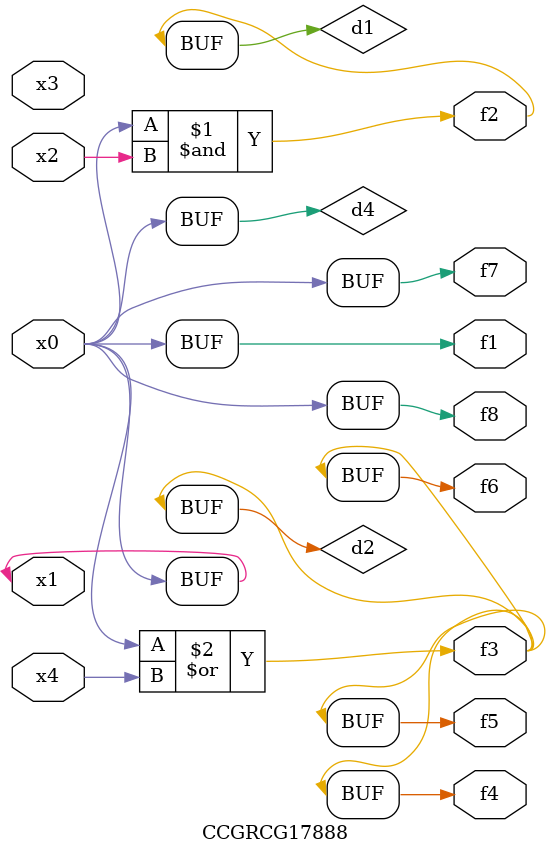
<source format=v>
module CCGRCG17888(
	input x0, x1, x2, x3, x4,
	output f1, f2, f3, f4, f5, f6, f7, f8
);

	wire d1, d2, d3, d4;

	and (d1, x0, x2);
	or (d2, x0, x4);
	nand (d3, x0, x2);
	buf (d4, x0, x1);
	assign f1 = d4;
	assign f2 = d1;
	assign f3 = d2;
	assign f4 = d2;
	assign f5 = d2;
	assign f6 = d2;
	assign f7 = d4;
	assign f8 = d4;
endmodule

</source>
